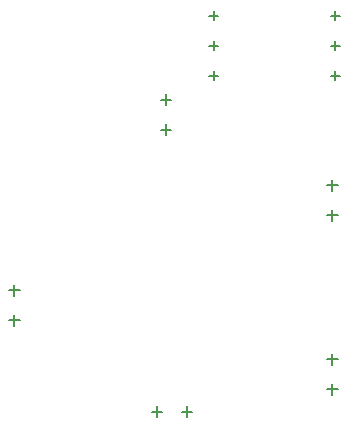
<source format=gbr>
G04*
G04 #@! TF.GenerationSoftware,Altium Limited,Altium Designer,23.1.1 (15)*
G04*
G04 Layer_Color=128*
%FSLAX44Y44*%
%MOMM*%
G71*
G04*
G04 #@! TF.SameCoordinates,3CDF7206-D262-4709-9A5B-6562F1D84354*
G04*
G04*
G04 #@! TF.FilePolarity,Positive*
G04*
G01*
G75*
%ADD23C,0.1270*%
D23*
X533980Y910590D02*
X542980D01*
X538480Y906090D02*
Y915090D01*
X533980Y935990D02*
X542980D01*
X538480Y931490D02*
Y940490D01*
X533980Y1083310D02*
X542980D01*
X538480Y1078810D02*
Y1087810D01*
X533980Y1057910D02*
X542980D01*
X538480Y1053410D02*
Y1062410D01*
X264740Y969010D02*
X273740D01*
X269240Y964510D02*
Y973510D01*
X264740Y994410D02*
X273740D01*
X269240Y989910D02*
Y998910D01*
X537020Y1226820D02*
X545020D01*
X541020Y1222820D02*
Y1230820D01*
X537020Y1176020D02*
X545020D01*
X541020Y1172020D02*
Y1180020D01*
X537020Y1201420D02*
X545020D01*
X541020Y1197420D02*
Y1205420D01*
X434020Y1176020D02*
X442020D01*
X438020Y1172020D02*
Y1180020D01*
X434020Y1201420D02*
X442020D01*
X438020Y1197420D02*
Y1205420D01*
X434020Y1226820D02*
X442020D01*
X438020Y1222820D02*
Y1230820D01*
X385390Y891540D02*
X394390D01*
X389890Y887040D02*
Y896040D01*
X410790Y891540D02*
X419790D01*
X415290Y887040D02*
Y896040D01*
X393010Y1130300D02*
X402010D01*
X397510Y1125800D02*
Y1134800D01*
X393010Y1155700D02*
X402010D01*
X397510Y1151200D02*
Y1160200D01*
M02*

</source>
